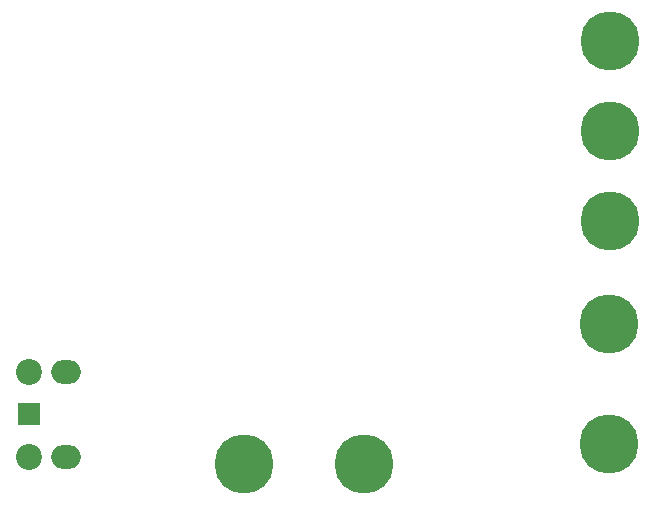
<source format=gbr>
%TF.GenerationSoftware,KiCad,Pcbnew,7.0.1*%
%TF.CreationDate,2023-11-14T13:07:04+01:00*%
%TF.ProjectId,Driver_detector,44726976-6572-45f6-9465-746563746f72,rev?*%
%TF.SameCoordinates,Original*%
%TF.FileFunction,Soldermask,Bot*%
%TF.FilePolarity,Negative*%
%FSLAX46Y46*%
G04 Gerber Fmt 4.6, Leading zero omitted, Abs format (unit mm)*
G04 Created by KiCad (PCBNEW 7.0.1) date 2023-11-14 13:07:04*
%MOMM*%
%LPD*%
G01*
G04 APERTURE LIST*
%ADD10C,5.000000*%
%ADD11R,1.900000X1.900000*%
%ADD12C,2.200000*%
%ADD13O,2.500000X2.000000*%
G04 APERTURE END LIST*
D10*
%TO.C,BZ1*%
X225770000Y-87530000D03*
X235930000Y-87530000D03*
%TD*%
%TO.C,Battery-1*%
X256675000Y-85785000D03*
X256675000Y-75625000D03*
%TD*%
%TO.C,SW1*%
X256725000Y-51710000D03*
X256725000Y-66950000D03*
X256725000Y-59330000D03*
%TD*%
D11*
%TO.C,AE1*%
X207515000Y-83300000D03*
D12*
X207515000Y-79700000D03*
X207515000Y-86900000D03*
D13*
X210675000Y-86900000D03*
X210675000Y-79700000D03*
%TD*%
M02*

</source>
